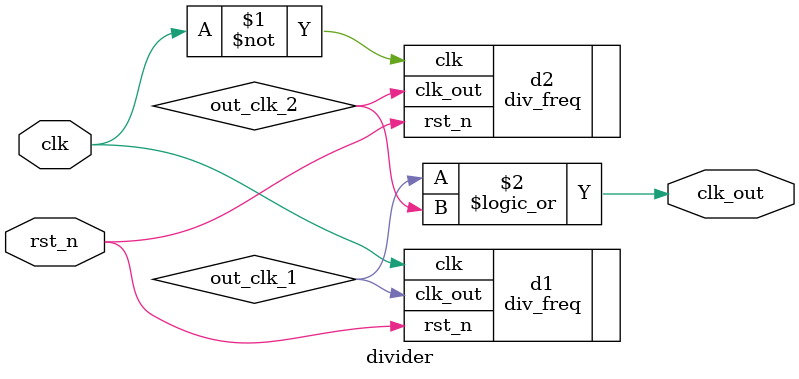
<source format=v>
module divider (clk, rst_n, clk_out);

	input clk, rst_n;
	
	output clk_out;

	parameter WIDTH = 5;			// WIDTH = 3

	wire out_clk_1, out_clk_2;
	
	div_freq #(.HW(WIDTH>>1), .LW((WIDTH+1)>>1)) 
		d1 (.clk(clk), .rst_n(rst_n), .clk_out(out_clk_1));
	
	div_freq #(.HW(WIDTH>>1), .LW((WIDTH+1)>>1)) 
		d2 (.clk(~clk), .rst_n(rst_n), .clk_out(out_clk_2));
	
	assign clk_out = (WIDTH & 1'b1) ? (out_clk_1 || out_clk_2) : out_clk_1;

endmodule

</source>
